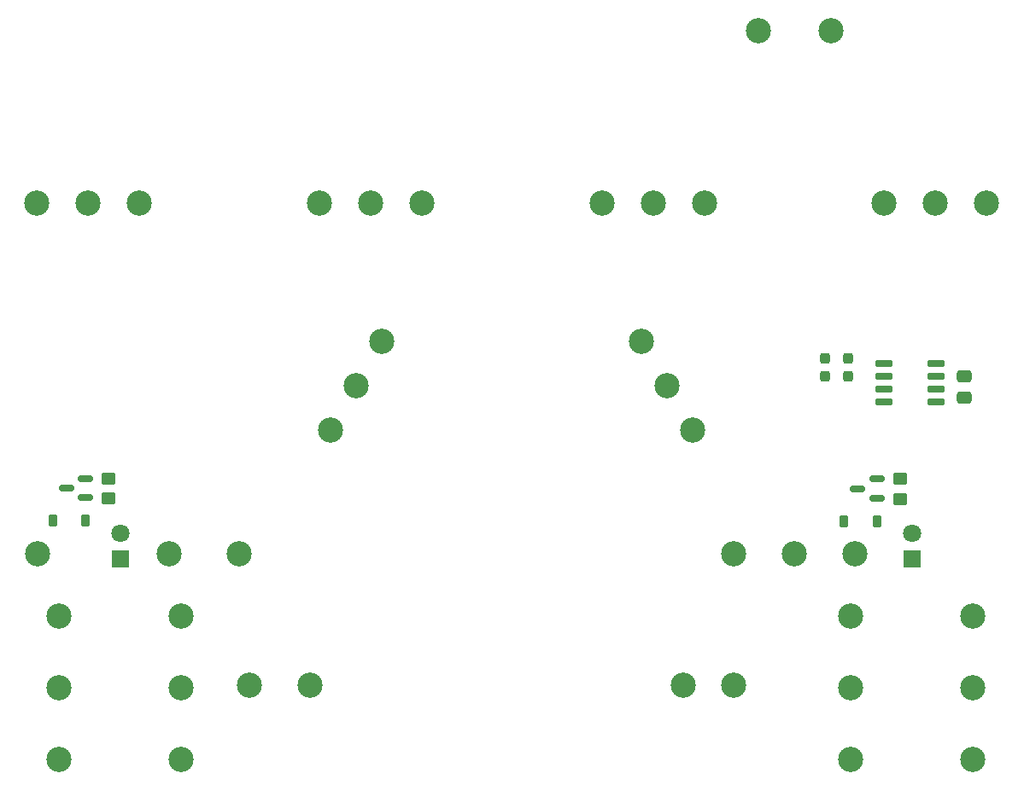
<source format=gbr>
%TF.GenerationSoftware,KiCad,Pcbnew,7.0.1*%
%TF.CreationDate,2023-11-18T18:03:43+02:00*%
%TF.ProjectId,Punainen Husse,50756e61-696e-4656-9e20-48757373652e,rev?*%
%TF.SameCoordinates,Original*%
%TF.FileFunction,Soldermask,Top*%
%TF.FilePolarity,Negative*%
%FSLAX46Y46*%
G04 Gerber Fmt 4.6, Leading zero omitted, Abs format (unit mm)*
G04 Created by KiCad (PCBNEW 7.0.1) date 2023-11-18 18:03:43*
%MOMM*%
%LPD*%
G01*
G04 APERTURE LIST*
G04 Aperture macros list*
%AMRoundRect*
0 Rectangle with rounded corners*
0 $1 Rounding radius*
0 $2 $3 $4 $5 $6 $7 $8 $9 X,Y pos of 4 corners*
0 Add a 4 corners polygon primitive as box body*
4,1,4,$2,$3,$4,$5,$6,$7,$8,$9,$2,$3,0*
0 Add four circle primitives for the rounded corners*
1,1,$1+$1,$2,$3*
1,1,$1+$1,$4,$5*
1,1,$1+$1,$6,$7*
1,1,$1+$1,$8,$9*
0 Add four rect primitives between the rounded corners*
20,1,$1+$1,$2,$3,$4,$5,0*
20,1,$1+$1,$4,$5,$6,$7,0*
20,1,$1+$1,$6,$7,$8,$9,0*
20,1,$1+$1,$8,$9,$2,$3,0*%
G04 Aperture macros list end*
%ADD10C,2.500000*%
%ADD11RoundRect,0.250000X-0.450000X0.350000X-0.450000X-0.350000X0.450000X-0.350000X0.450000X0.350000X0*%
%ADD12RoundRect,0.150000X0.587500X0.150000X-0.587500X0.150000X-0.587500X-0.150000X0.587500X-0.150000X0*%
%ADD13RoundRect,0.237500X0.237500X-0.287500X0.237500X0.287500X-0.237500X0.287500X-0.237500X-0.287500X0*%
%ADD14RoundRect,0.237500X-0.237500X0.287500X-0.237500X-0.287500X0.237500X-0.287500X0.237500X0.287500X0*%
%ADD15RoundRect,0.150000X-0.725000X-0.150000X0.725000X-0.150000X0.725000X0.150000X-0.725000X0.150000X0*%
%ADD16RoundRect,0.225000X-0.225000X-0.375000X0.225000X-0.375000X0.225000X0.375000X-0.225000X0.375000X0*%
%ADD17RoundRect,0.250000X-0.475000X0.337500X-0.475000X-0.337500X0.475000X-0.337500X0.475000X0.337500X0*%
%ADD18R,1.800000X1.800000*%
%ADD19C,1.800000*%
G04 APERTURE END LIST*
D10*
%TO.C,TP6*%
X179000000Y-116000000D03*
%TD*%
%TO.C,TP1*%
X174000000Y-129000000D03*
%TD*%
D11*
%TO.C,R24*%
X116985000Y-108500000D03*
X116985000Y-110500000D03*
%TD*%
D10*
%TO.C,TP9*%
X130000000Y-116000000D03*
%TD*%
D12*
%TO.C,Q4*%
X114735000Y-110400000D03*
X114735000Y-108500000D03*
X112860000Y-109450000D03*
%TD*%
D13*
%TO.C,LED5*%
X188000000Y-98350000D03*
X188000000Y-96600000D03*
%TD*%
D10*
%TO.C,TP10*%
X110000000Y-116000000D03*
%TD*%
%TO.C,TP12*%
X188600000Y-64100000D03*
%TD*%
%TO.C,TP2*%
X131000000Y-129000000D03*
%TD*%
D14*
%TO.C,LED6*%
X190300000Y-96600000D03*
X190300000Y-98350000D03*
%TD*%
D15*
%TO.C,U2*%
X193925000Y-97095000D03*
X193925000Y-98365000D03*
X193925000Y-99635000D03*
X193925000Y-100905000D03*
X199075000Y-100905000D03*
X199075000Y-99635000D03*
X199075000Y-98365000D03*
X199075000Y-97095000D03*
%TD*%
D10*
%TO.C,TP8*%
X123000000Y-116000000D03*
%TD*%
%TO.C,TP5*%
X185000000Y-116000000D03*
%TD*%
%TO.C,TP7*%
X191000000Y-116000000D03*
%TD*%
D12*
%TO.C,Q3*%
X193175000Y-110450000D03*
X193175000Y-108550000D03*
X191300000Y-109500000D03*
%TD*%
D10*
%TO.C,TP3*%
X137000000Y-129000000D03*
%TD*%
%TO.C,TP4*%
X179000000Y-129000000D03*
%TD*%
D16*
%TO.C,D5*%
X111460000Y-112700000D03*
X114760000Y-112700000D03*
%TD*%
D11*
%TO.C,R23*%
X195465000Y-108520000D03*
X195465000Y-110520000D03*
%TD*%
D17*
%TO.C,C5*%
X201800000Y-98362500D03*
X201800000Y-100437500D03*
%TD*%
D16*
%TO.C,D4*%
X189940000Y-112720000D03*
X193240000Y-112720000D03*
%TD*%
D10*
%TO.C,TP11*%
X181400000Y-64100000D03*
%TD*%
%TO.C,Rv3*%
X176080000Y-81150000D03*
X171000000Y-81150000D03*
X165920000Y-81150000D03*
%TD*%
%TO.C,SW2*%
X112120000Y-136360000D03*
X112120000Y-129260000D03*
X112120000Y-122160000D03*
X124220000Y-122160000D03*
X124220000Y-129260000D03*
X124220000Y-136360000D03*
%TD*%
D18*
%TO.C,LED8*%
X118200000Y-116475000D03*
D19*
X118200000Y-113935000D03*
%TD*%
D10*
%TO.C,SW1*%
X190590000Y-136380000D03*
X190590000Y-129280000D03*
X190590000Y-122180000D03*
X202690000Y-122180000D03*
X202690000Y-129280000D03*
X202690000Y-136380000D03*
%TD*%
%TO.C,Rv6*%
X120080000Y-81150000D03*
X115000000Y-81150000D03*
X109920000Y-81150000D03*
%TD*%
%TO.C,Rv5*%
X148080000Y-81150000D03*
X143000000Y-81150000D03*
X137920000Y-81150000D03*
%TD*%
%TO.C,Rv4*%
X144078684Y-94845885D03*
X141538684Y-99245294D03*
X138998684Y-103644703D03*
%TD*%
%TO.C,Rv2*%
X174941316Y-103664703D03*
X172401316Y-99265294D03*
X169861316Y-94865885D03*
%TD*%
D18*
%TO.C,LED7*%
X196680000Y-116495000D03*
D19*
X196680000Y-113955000D03*
%TD*%
D10*
%TO.C,Rv1*%
X204080000Y-81150000D03*
X199000000Y-81150000D03*
X193920000Y-81150000D03*
%TD*%
M02*

</source>
